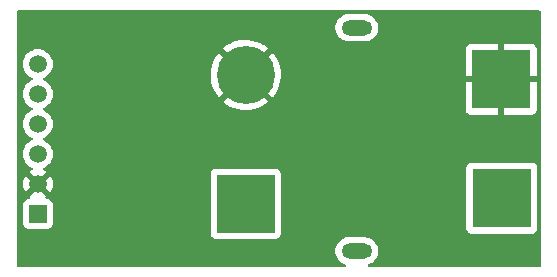
<source format=gbr>
%TF.GenerationSoftware,KiCad,Pcbnew,(6.0.10-0)*%
%TF.CreationDate,2023-02-01T10:43:54-08:00*%
%TF.ProjectId,mosfet_breakout_1.0,6d6f7366-6574-45f6-9272-65616b6f7574,rev?*%
%TF.SameCoordinates,Original*%
%TF.FileFunction,Copper,L2,Bot*%
%TF.FilePolarity,Positive*%
%FSLAX46Y46*%
G04 Gerber Fmt 4.6, Leading zero omitted, Abs format (unit mm)*
G04 Created by KiCad (PCBNEW (6.0.10-0)) date 2023-02-01 10:43:54*
%MOMM*%
%LPD*%
G01*
G04 APERTURE LIST*
%TA.AperFunction,ComponentPad*%
%ADD10R,1.500000X1.500000*%
%TD*%
%TA.AperFunction,ComponentPad*%
%ADD11C,1.500000*%
%TD*%
%TA.AperFunction,ComponentPad*%
%ADD12O,2.600000X1.300000*%
%TD*%
%TA.AperFunction,ComponentPad*%
%ADD13R,4.916000X4.916000*%
%TD*%
%TA.AperFunction,ComponentPad*%
%ADD14C,4.916000*%
%TD*%
%TA.AperFunction,SMDPad,CuDef*%
%ADD15R,5.000000X5.000000*%
%TD*%
%TA.AperFunction,ViaPad*%
%ADD16C,0.600000*%
%TD*%
G04 APERTURE END LIST*
D10*
%TO.P,J1,1*%
%TO.N,/VSense*%
X129800000Y-63980000D03*
D11*
%TO.P,J1,2*%
%TO.N,GND*%
X129800000Y-61440000D03*
%TO.P,J1,3*%
%TO.N,/Batt_CTL*%
X129800000Y-58900000D03*
%TO.P,J1,4*%
%TO.N,+BATT*%
X129800000Y-56360000D03*
%TO.P,J1,5*%
%TO.N,+3V3*%
X129800000Y-53820000D03*
%TO.P,J1,6*%
%TO.N,/CurrSense*%
X129800000Y-51280000D03*
%TD*%
D12*
%TO.P,U1,*%
%TO.N,*%
X156792000Y-67108000D03*
X156792000Y-48208000D03*
D13*
%TO.P,U1,1,+*%
%TO.N,/Batt_Raw*%
X147392000Y-63108000D03*
D14*
%TO.P,U1,2,-*%
%TO.N,GND*%
X147392000Y-52208000D03*
%TD*%
D15*
%TO.P,TP3,1*%
%TO.N,/Batt_Raw*%
X169082400Y-62626400D03*
%TD*%
%TO.P,TP2,1*%
%TO.N,GND*%
X169031600Y-52568000D03*
%TD*%
D16*
%TO.N,GND*%
X170840400Y-52527200D03*
X169113200Y-50698400D03*
X138176000Y-48006000D03*
X167132000Y-54406800D03*
X169113200Y-54406800D03*
X132283200Y-62280800D03*
X137007600Y-66395600D03*
X170891200Y-54406800D03*
X135513676Y-53682500D03*
X169113200Y-52476400D03*
X170891200Y-50698400D03*
X143560800Y-66294000D03*
X167132000Y-50698400D03*
X167132000Y-52527200D03*
%TO.N,/Batt_Raw*%
X169214800Y-60756800D03*
X167233600Y-64465200D03*
X170992800Y-60756800D03*
X167233600Y-60756800D03*
X169214800Y-62534800D03*
X167233600Y-62585600D03*
X169214800Y-64465200D03*
X170942000Y-62585600D03*
X170992800Y-64465200D03*
%TD*%
%TA.AperFunction,Conductor*%
%TO.N,GND*%
G36*
X172321621Y-46756502D02*
G01*
X172368114Y-46810158D01*
X172379500Y-46862500D01*
X172379500Y-68326500D01*
X172359498Y-68394621D01*
X172305842Y-68441114D01*
X172253500Y-68452500D01*
X157853988Y-68452500D01*
X157785867Y-68432498D01*
X157739374Y-68378842D01*
X157729270Y-68308568D01*
X157758764Y-68243988D01*
X157819786Y-68205231D01*
X157853389Y-68195754D01*
X157853391Y-68195753D01*
X157858948Y-68194186D01*
X157864123Y-68191634D01*
X157864128Y-68191632D01*
X158044727Y-68102570D01*
X158049908Y-68100015D01*
X158220509Y-67972622D01*
X158365037Y-67816271D01*
X158478653Y-67636201D01*
X158557551Y-67438441D01*
X158562305Y-67414544D01*
X158597962Y-67235282D01*
X158597962Y-67235280D01*
X158599089Y-67229615D01*
X158599412Y-67204982D01*
X158601800Y-67022498D01*
X158601876Y-67016716D01*
X158596664Y-66986385D01*
X158566797Y-66812564D01*
X158566796Y-66812561D01*
X158565819Y-66806874D01*
X158492125Y-66607116D01*
X158383261Y-66424134D01*
X158242875Y-66264054D01*
X158075667Y-66132238D01*
X158070556Y-66129549D01*
X158070553Y-66129547D01*
X157947814Y-66064971D01*
X157887238Y-66033100D01*
X157881717Y-66031386D01*
X157881713Y-66031384D01*
X157689421Y-65971676D01*
X157689422Y-65971676D01*
X157683898Y-65969961D01*
X157511018Y-65949500D01*
X156087987Y-65949500D01*
X156002355Y-65957368D01*
X155935730Y-65963490D01*
X155935727Y-65963491D01*
X155929976Y-65964019D01*
X155924417Y-65965587D01*
X155924416Y-65965587D01*
X155730611Y-66020246D01*
X155730609Y-66020247D01*
X155725052Y-66021814D01*
X155719877Y-66024366D01*
X155719872Y-66024368D01*
X155618215Y-66074500D01*
X155534092Y-66115985D01*
X155363491Y-66243378D01*
X155218963Y-66399729D01*
X155105347Y-66579799D01*
X155026449Y-66777559D01*
X155025323Y-66783219D01*
X155025322Y-66783223D01*
X155020618Y-66806874D01*
X154984911Y-66986385D01*
X154984835Y-66992160D01*
X154984835Y-66992164D01*
X154984514Y-67016716D01*
X154982124Y-67199284D01*
X154983103Y-67204981D01*
X154983103Y-67204982D01*
X154988310Y-67235282D01*
X155018181Y-67409126D01*
X155091875Y-67608884D01*
X155200739Y-67791866D01*
X155341125Y-67951946D01*
X155508333Y-68083762D01*
X155513444Y-68086451D01*
X155513447Y-68086453D01*
X155616961Y-68140915D01*
X155696762Y-68182900D01*
X155768679Y-68205231D01*
X155771697Y-68206168D01*
X155830823Y-68245471D01*
X155859313Y-68310500D01*
X155848123Y-68380609D01*
X155800806Y-68433539D01*
X155734333Y-68452500D01*
X128142500Y-68452500D01*
X128074379Y-68432498D01*
X128027886Y-68378842D01*
X128016500Y-68326500D01*
X128016500Y-65614134D01*
X144425500Y-65614134D01*
X144432255Y-65676316D01*
X144483385Y-65812705D01*
X144570739Y-65929261D01*
X144687295Y-66016615D01*
X144823684Y-66067745D01*
X144885866Y-66074500D01*
X149898134Y-66074500D01*
X149960316Y-66067745D01*
X150096705Y-66016615D01*
X150213261Y-65929261D01*
X150300615Y-65812705D01*
X150351745Y-65676316D01*
X150358500Y-65614134D01*
X150358500Y-65174534D01*
X166073900Y-65174534D01*
X166080655Y-65236716D01*
X166131785Y-65373105D01*
X166219139Y-65489661D01*
X166335695Y-65577015D01*
X166472084Y-65628145D01*
X166534266Y-65634900D01*
X171630534Y-65634900D01*
X171692716Y-65628145D01*
X171829105Y-65577015D01*
X171945661Y-65489661D01*
X172033015Y-65373105D01*
X172084145Y-65236716D01*
X172090900Y-65174534D01*
X172090900Y-60078266D01*
X172084145Y-60016084D01*
X172033015Y-59879695D01*
X171945661Y-59763139D01*
X171829105Y-59675785D01*
X171692716Y-59624655D01*
X171630534Y-59617900D01*
X166534266Y-59617900D01*
X166472084Y-59624655D01*
X166335695Y-59675785D01*
X166219139Y-59763139D01*
X166131785Y-59879695D01*
X166080655Y-60016084D01*
X166073900Y-60078266D01*
X166073900Y-65174534D01*
X150358500Y-65174534D01*
X150358500Y-60601866D01*
X150351745Y-60539684D01*
X150300615Y-60403295D01*
X150213261Y-60286739D01*
X150096705Y-60199385D01*
X149960316Y-60148255D01*
X149898134Y-60141500D01*
X144885866Y-60141500D01*
X144823684Y-60148255D01*
X144687295Y-60199385D01*
X144570739Y-60286739D01*
X144483385Y-60403295D01*
X144432255Y-60539684D01*
X144425500Y-60601866D01*
X144425500Y-65614134D01*
X128016500Y-65614134D01*
X128016500Y-64778134D01*
X128541500Y-64778134D01*
X128548255Y-64840316D01*
X128599385Y-64976705D01*
X128686739Y-65093261D01*
X128803295Y-65180615D01*
X128939684Y-65231745D01*
X129001866Y-65238500D01*
X130598134Y-65238500D01*
X130660316Y-65231745D01*
X130796705Y-65180615D01*
X130913261Y-65093261D01*
X131000615Y-64976705D01*
X131051745Y-64840316D01*
X131058500Y-64778134D01*
X131058500Y-63181866D01*
X131051745Y-63119684D01*
X131000615Y-62983295D01*
X130913261Y-62866739D01*
X130796705Y-62779385D01*
X130660316Y-62728255D01*
X130598134Y-62721500D01*
X130562705Y-62721500D01*
X130494584Y-62701498D01*
X130448091Y-62647842D01*
X130437987Y-62577568D01*
X130466120Y-62515967D01*
X130465837Y-62515741D01*
X130466739Y-62514612D01*
X130467481Y-62512988D01*
X130469475Y-62511190D01*
X130485523Y-62491112D01*
X130478457Y-62477668D01*
X129812811Y-61812021D01*
X129798868Y-61804408D01*
X129797034Y-61804539D01*
X129790420Y-61808790D01*
X129120820Y-62478391D01*
X129114393Y-62490161D01*
X129135398Y-62517312D01*
X129131796Y-62520098D01*
X129153892Y-62547738D01*
X129161205Y-62618357D01*
X129129177Y-62681719D01*
X129067978Y-62717707D01*
X129037295Y-62721500D01*
X129001866Y-62721500D01*
X128939684Y-62728255D01*
X128803295Y-62779385D01*
X128686739Y-62866739D01*
X128599385Y-62983295D01*
X128548255Y-63119684D01*
X128541500Y-63181866D01*
X128541500Y-64778134D01*
X128016500Y-64778134D01*
X128016500Y-61445475D01*
X128537674Y-61445475D01*
X128555901Y-61653804D01*
X128557804Y-61664599D01*
X128611928Y-61866595D01*
X128615674Y-61876887D01*
X128704054Y-62066417D01*
X128709534Y-62075907D01*
X128738411Y-62117149D01*
X128748887Y-62125523D01*
X128762334Y-62118455D01*
X129427979Y-61452811D01*
X129434356Y-61441132D01*
X130164408Y-61441132D01*
X130164539Y-61442966D01*
X130168790Y-61449580D01*
X130838391Y-62119180D01*
X130850161Y-62125607D01*
X130862176Y-62116311D01*
X130890466Y-62075907D01*
X130895946Y-62066417D01*
X130984326Y-61876887D01*
X130988072Y-61866595D01*
X131042196Y-61664599D01*
X131044099Y-61653804D01*
X131062326Y-61445475D01*
X131062326Y-61434525D01*
X131044099Y-61226196D01*
X131042196Y-61215401D01*
X130988072Y-61013405D01*
X130984326Y-61003113D01*
X130895946Y-60813583D01*
X130890466Y-60804093D01*
X130861589Y-60762851D01*
X130851113Y-60754477D01*
X130837666Y-60761545D01*
X130172021Y-61427189D01*
X130164408Y-61441132D01*
X129434356Y-61441132D01*
X129435592Y-61438868D01*
X129435461Y-61437034D01*
X129431210Y-61430420D01*
X128761609Y-60760820D01*
X128749839Y-60754393D01*
X128737824Y-60763689D01*
X128709534Y-60804093D01*
X128704054Y-60813583D01*
X128615674Y-61003113D01*
X128611928Y-61013405D01*
X128557804Y-61215401D01*
X128555901Y-61226196D01*
X128537674Y-61434525D01*
X128537674Y-61445475D01*
X128016500Y-61445475D01*
X128016500Y-58900000D01*
X128536693Y-58900000D01*
X128555885Y-59119371D01*
X128612880Y-59332076D01*
X128615205Y-59337061D01*
X128703618Y-59526666D01*
X128703621Y-59526671D01*
X128705944Y-59531653D01*
X128709100Y-59536160D01*
X128709101Y-59536162D01*
X128810638Y-59681171D01*
X128832251Y-59712038D01*
X128987962Y-59867749D01*
X128992471Y-59870906D01*
X128992473Y-59870908D01*
X129017030Y-59888103D01*
X129168346Y-59994056D01*
X129173328Y-59996379D01*
X129173333Y-59996382D01*
X129301359Y-60056081D01*
X129354644Y-60102998D01*
X129374105Y-60171276D01*
X129353563Y-60239236D01*
X129301359Y-60284471D01*
X129173583Y-60344054D01*
X129164093Y-60349534D01*
X129122851Y-60378411D01*
X129114477Y-60388887D01*
X129121545Y-60402334D01*
X129787189Y-61067979D01*
X129801132Y-61075592D01*
X129802966Y-61075461D01*
X129809580Y-61071210D01*
X130479180Y-60401609D01*
X130485607Y-60389839D01*
X130476313Y-60377825D01*
X130435912Y-60349536D01*
X130426416Y-60344053D01*
X130298641Y-60284471D01*
X130245356Y-60237554D01*
X130225895Y-60169276D01*
X130246437Y-60101316D01*
X130298641Y-60056081D01*
X130426667Y-59996382D01*
X130426672Y-59996379D01*
X130431654Y-59994056D01*
X130582970Y-59888103D01*
X130607527Y-59870908D01*
X130607529Y-59870906D01*
X130612038Y-59867749D01*
X130767749Y-59712038D01*
X130789363Y-59681171D01*
X130890899Y-59536162D01*
X130890900Y-59536160D01*
X130894056Y-59531653D01*
X130896379Y-59526671D01*
X130896382Y-59526666D01*
X130984795Y-59337061D01*
X130987120Y-59332076D01*
X131044115Y-59119371D01*
X131063307Y-58900000D01*
X131044115Y-58680629D01*
X130987120Y-58467924D01*
X130943585Y-58374562D01*
X130896382Y-58273334D01*
X130896379Y-58273329D01*
X130894056Y-58268347D01*
X130767749Y-58087962D01*
X130612038Y-57932251D01*
X130431654Y-57805944D01*
X130426672Y-57803621D01*
X130426667Y-57803618D01*
X130299232Y-57744195D01*
X130245947Y-57697278D01*
X130226486Y-57629001D01*
X130247028Y-57561041D01*
X130299232Y-57515805D01*
X130426667Y-57456382D01*
X130426672Y-57456379D01*
X130431654Y-57454056D01*
X130612038Y-57327749D01*
X130767749Y-57172038D01*
X130894056Y-56991653D01*
X130896379Y-56986671D01*
X130896382Y-56986666D01*
X130984795Y-56797061D01*
X130987120Y-56792076D01*
X131044115Y-56579371D01*
X131063307Y-56360000D01*
X131044115Y-56140629D01*
X130987120Y-55927924D01*
X130943585Y-55834562D01*
X130896382Y-55733334D01*
X130896379Y-55733329D01*
X130894056Y-55728347D01*
X130890899Y-55723838D01*
X130770908Y-55552473D01*
X130770906Y-55552470D01*
X130767749Y-55547962D01*
X130612038Y-55392251D01*
X130431654Y-55265944D01*
X130426672Y-55263621D01*
X130426667Y-55263618D01*
X130299232Y-55204195D01*
X130245947Y-55157278D01*
X130226486Y-55089001D01*
X130247028Y-55021041D01*
X130299232Y-54975805D01*
X130426667Y-54916382D01*
X130426672Y-54916379D01*
X130431654Y-54914056D01*
X130612038Y-54787749D01*
X130767749Y-54632038D01*
X130867946Y-54488943D01*
X130874244Y-54479948D01*
X145485592Y-54479948D01*
X145485610Y-54480201D01*
X145491523Y-54488943D01*
X145519588Y-54514479D01*
X145525222Y-54519042D01*
X145797094Y-54714401D01*
X145803224Y-54718291D01*
X146095746Y-54881106D01*
X146102266Y-54884258D01*
X146411573Y-55012378D01*
X146418424Y-55014764D01*
X146740390Y-55106478D01*
X146747479Y-55108062D01*
X147077862Y-55162165D01*
X147085070Y-55162922D01*
X147419485Y-55178693D01*
X147426735Y-55178617D01*
X147760737Y-55155848D01*
X147767946Y-55154937D01*
X147996002Y-55112669D01*
X166023601Y-55112669D01*
X166023971Y-55119490D01*
X166029495Y-55170352D01*
X166033121Y-55185604D01*
X166078276Y-55306054D01*
X166086814Y-55321649D01*
X166163315Y-55423724D01*
X166175876Y-55436285D01*
X166277951Y-55512786D01*
X166293546Y-55521324D01*
X166413994Y-55566478D01*
X166429249Y-55570105D01*
X166480114Y-55575631D01*
X166486928Y-55576000D01*
X168759485Y-55576000D01*
X168774724Y-55571525D01*
X168775929Y-55570135D01*
X168777600Y-55562452D01*
X168777600Y-55557884D01*
X169285600Y-55557884D01*
X169290075Y-55573123D01*
X169291465Y-55574328D01*
X169299148Y-55575999D01*
X171576269Y-55575999D01*
X171583090Y-55575629D01*
X171633952Y-55570105D01*
X171649204Y-55566479D01*
X171769654Y-55521324D01*
X171785249Y-55512786D01*
X171887324Y-55436285D01*
X171899885Y-55423724D01*
X171976386Y-55321649D01*
X171984924Y-55306054D01*
X172030078Y-55185606D01*
X172033705Y-55170351D01*
X172039231Y-55119486D01*
X172039600Y-55112672D01*
X172039600Y-52840115D01*
X172035125Y-52824876D01*
X172033735Y-52823671D01*
X172026052Y-52822000D01*
X169303715Y-52822000D01*
X169288476Y-52826475D01*
X169287271Y-52827865D01*
X169285600Y-52835548D01*
X169285600Y-55557884D01*
X168777600Y-55557884D01*
X168777600Y-52840115D01*
X168773125Y-52824876D01*
X168771735Y-52823671D01*
X168764052Y-52822000D01*
X166041716Y-52822000D01*
X166026477Y-52826475D01*
X166025272Y-52827865D01*
X166023601Y-52835548D01*
X166023601Y-55112669D01*
X147996002Y-55112669D01*
X148097124Y-55093927D01*
X148104154Y-55092200D01*
X148424139Y-54993760D01*
X148430952Y-54991226D01*
X148737491Y-54856665D01*
X148743951Y-54853373D01*
X149033011Y-54684460D01*
X149039044Y-54680451D01*
X149290830Y-54491406D01*
X149299284Y-54480079D01*
X149292539Y-54467749D01*
X147404812Y-52580022D01*
X147390868Y-52572408D01*
X147389035Y-52572539D01*
X147382420Y-52576790D01*
X145493206Y-54466004D01*
X145485592Y-54479948D01*
X130874244Y-54479948D01*
X130890899Y-54456162D01*
X130890900Y-54456160D01*
X130894056Y-54451653D01*
X130896379Y-54446671D01*
X130896382Y-54446666D01*
X130984795Y-54257061D01*
X130987120Y-54252076D01*
X131044115Y-54039371D01*
X131063307Y-53820000D01*
X131044115Y-53600629D01*
X130987120Y-53387924D01*
X130943585Y-53294562D01*
X130896382Y-53193334D01*
X130896379Y-53193329D01*
X130894056Y-53188347D01*
X130767749Y-53007962D01*
X130612038Y-52852251D01*
X130594707Y-52840115D01*
X130448376Y-52737653D01*
X130431654Y-52725944D01*
X130426672Y-52723621D01*
X130426667Y-52723618D01*
X130299232Y-52664195D01*
X130245947Y-52617278D01*
X130226486Y-52549001D01*
X130247028Y-52481041D01*
X130299232Y-52435805D01*
X130426667Y-52376382D01*
X130426672Y-52376379D01*
X130431654Y-52374056D01*
X130612038Y-52247749D01*
X130741478Y-52118309D01*
X144422534Y-52118309D01*
X144431298Y-52452984D01*
X144431904Y-52460200D01*
X144479078Y-52791659D01*
X144480507Y-52798748D01*
X144565464Y-53122586D01*
X144567704Y-53129481D01*
X144689314Y-53441393D01*
X144692339Y-53447999D01*
X144848988Y-53743858D01*
X144852747Y-53750066D01*
X145042371Y-54025971D01*
X145046816Y-54031700D01*
X145110512Y-54104717D01*
X145123684Y-54113121D01*
X145133539Y-54107251D01*
X147019978Y-52220812D01*
X147026356Y-52209132D01*
X147756408Y-52209132D01*
X147756539Y-52210965D01*
X147760790Y-52217580D01*
X149648449Y-54105239D01*
X149661803Y-54112531D01*
X149671775Y-54105476D01*
X149774870Y-53982177D01*
X149779180Y-53976374D01*
X149962998Y-53696539D01*
X149966612Y-53690277D01*
X150117047Y-53391173D01*
X150119919Y-53384535D01*
X150234974Y-53070133D01*
X150237070Y-53063191D01*
X150315225Y-52737653D01*
X150316509Y-52730514D01*
X150356828Y-52397331D01*
X150357252Y-52391761D01*
X150360265Y-52295885D01*
X166023600Y-52295885D01*
X166028075Y-52311124D01*
X166029465Y-52312329D01*
X166037148Y-52314000D01*
X168759485Y-52314000D01*
X168774724Y-52309525D01*
X168775929Y-52308135D01*
X168777600Y-52300452D01*
X168777600Y-52295885D01*
X169285600Y-52295885D01*
X169290075Y-52311124D01*
X169291465Y-52312329D01*
X169299148Y-52314000D01*
X172021484Y-52314000D01*
X172036723Y-52309525D01*
X172037928Y-52308135D01*
X172039599Y-52300452D01*
X172039599Y-50023331D01*
X172039229Y-50016510D01*
X172033705Y-49965648D01*
X172030079Y-49950396D01*
X171984924Y-49829946D01*
X171976386Y-49814351D01*
X171899885Y-49712276D01*
X171887324Y-49699715D01*
X171785249Y-49623214D01*
X171769654Y-49614676D01*
X171649206Y-49569522D01*
X171633951Y-49565895D01*
X171583086Y-49560369D01*
X171576272Y-49560000D01*
X169303715Y-49560000D01*
X169288476Y-49564475D01*
X169287271Y-49565865D01*
X169285600Y-49573548D01*
X169285600Y-52295885D01*
X168777600Y-52295885D01*
X168777600Y-49578116D01*
X168773125Y-49562877D01*
X168771735Y-49561672D01*
X168764052Y-49560001D01*
X166486931Y-49560001D01*
X166480110Y-49560371D01*
X166429248Y-49565895D01*
X166413996Y-49569521D01*
X166293546Y-49614676D01*
X166277951Y-49623214D01*
X166175876Y-49699715D01*
X166163315Y-49712276D01*
X166086814Y-49814351D01*
X166078276Y-49829946D01*
X166033122Y-49950394D01*
X166029495Y-49965649D01*
X166023969Y-50016514D01*
X166023600Y-50023328D01*
X166023600Y-52295885D01*
X150360265Y-52295885D01*
X150362939Y-52210797D01*
X150362866Y-52205204D01*
X150343546Y-51870139D01*
X150342714Y-51862949D01*
X150285153Y-51533136D01*
X150283498Y-51526081D01*
X150188414Y-51205086D01*
X150185958Y-51198261D01*
X150054608Y-50890315D01*
X150051387Y-50883826D01*
X149885504Y-50593003D01*
X149881572Y-50586948D01*
X149683368Y-50317125D01*
X149678740Y-50311532D01*
X149676111Y-50308703D01*
X149662459Y-50300584D01*
X149661853Y-50300605D01*
X149653371Y-50305839D01*
X147764022Y-52195188D01*
X147756408Y-52209132D01*
X147026356Y-52209132D01*
X147027592Y-52206868D01*
X147027461Y-52205035D01*
X147023210Y-52198420D01*
X145134291Y-50309501D01*
X145121498Y-50302515D01*
X145110745Y-50310379D01*
X144954584Y-50509538D01*
X144950449Y-50515487D01*
X144775522Y-50800942D01*
X144772093Y-50807338D01*
X144631140Y-51110994D01*
X144628469Y-51117739D01*
X144523347Y-51435597D01*
X144521471Y-51442600D01*
X144453580Y-51770433D01*
X144452523Y-51777594D01*
X144422762Y-52111057D01*
X144422534Y-52118309D01*
X130741478Y-52118309D01*
X130767749Y-52092038D01*
X130894056Y-51911653D01*
X130896379Y-51906671D01*
X130896382Y-51906666D01*
X130943585Y-51805438D01*
X130987120Y-51712076D01*
X131044115Y-51499371D01*
X131063307Y-51280000D01*
X131044115Y-51060629D01*
X130987120Y-50847924D01*
X130943585Y-50754562D01*
X130896382Y-50653334D01*
X130896379Y-50653329D01*
X130894056Y-50648347D01*
X130851064Y-50586948D01*
X130770908Y-50472473D01*
X130770906Y-50472470D01*
X130767749Y-50467962D01*
X130612038Y-50312251D01*
X130431654Y-50185944D01*
X130232076Y-50092880D01*
X130019371Y-50035885D01*
X129800000Y-50016693D01*
X129580629Y-50035885D01*
X129367924Y-50092880D01*
X129274562Y-50136415D01*
X129173334Y-50183618D01*
X129173329Y-50183621D01*
X129168347Y-50185944D01*
X129163840Y-50189100D01*
X129163838Y-50189101D01*
X128992473Y-50309092D01*
X128992470Y-50309094D01*
X128987962Y-50312251D01*
X128832251Y-50467962D01*
X128829094Y-50472470D01*
X128829092Y-50472473D01*
X128748936Y-50586948D01*
X128705944Y-50648347D01*
X128703621Y-50653329D01*
X128703618Y-50653334D01*
X128656415Y-50754562D01*
X128612880Y-50847924D01*
X128555885Y-51060629D01*
X128536693Y-51280000D01*
X128555885Y-51499371D01*
X128612880Y-51712076D01*
X128656415Y-51805438D01*
X128703618Y-51906666D01*
X128703621Y-51906671D01*
X128705944Y-51911653D01*
X128832251Y-52092038D01*
X128987962Y-52247749D01*
X129168346Y-52374056D01*
X129173328Y-52376379D01*
X129173333Y-52376382D01*
X129300768Y-52435805D01*
X129354053Y-52482722D01*
X129373514Y-52550999D01*
X129352972Y-52618959D01*
X129300768Y-52664195D01*
X129173334Y-52723618D01*
X129173329Y-52723621D01*
X129168347Y-52725944D01*
X129163840Y-52729100D01*
X129163838Y-52729101D01*
X128992473Y-52849092D01*
X128992470Y-52849094D01*
X128987962Y-52852251D01*
X128832251Y-53007962D01*
X128705944Y-53188347D01*
X128703621Y-53193329D01*
X128703618Y-53193334D01*
X128656415Y-53294562D01*
X128612880Y-53387924D01*
X128555885Y-53600629D01*
X128536693Y-53820000D01*
X128555885Y-54039371D01*
X128612880Y-54252076D01*
X128615205Y-54257061D01*
X128703618Y-54446666D01*
X128703621Y-54446671D01*
X128705944Y-54451653D01*
X128709100Y-54456160D01*
X128709101Y-54456162D01*
X128732055Y-54488943D01*
X128832251Y-54632038D01*
X128987962Y-54787749D01*
X129168346Y-54914056D01*
X129173328Y-54916379D01*
X129173333Y-54916382D01*
X129300768Y-54975805D01*
X129354053Y-55022722D01*
X129373514Y-55090999D01*
X129352972Y-55158959D01*
X129300768Y-55204195D01*
X129173334Y-55263618D01*
X129173329Y-55263621D01*
X129168347Y-55265944D01*
X129163840Y-55269100D01*
X129163838Y-55269101D01*
X128992473Y-55389092D01*
X128992470Y-55389094D01*
X128987962Y-55392251D01*
X128832251Y-55547962D01*
X128829094Y-55552470D01*
X128829092Y-55552473D01*
X128709101Y-55723838D01*
X128705944Y-55728347D01*
X128703621Y-55733329D01*
X128703618Y-55733334D01*
X128656415Y-55834562D01*
X128612880Y-55927924D01*
X128555885Y-56140629D01*
X128536693Y-56360000D01*
X128555885Y-56579371D01*
X128612880Y-56792076D01*
X128615205Y-56797061D01*
X128703618Y-56986666D01*
X128703621Y-56986671D01*
X128705944Y-56991653D01*
X128832251Y-57172038D01*
X128987962Y-57327749D01*
X129168346Y-57454056D01*
X129173328Y-57456379D01*
X129173333Y-57456382D01*
X129300768Y-57515805D01*
X129354053Y-57562722D01*
X129373514Y-57630999D01*
X129352972Y-57698959D01*
X129300768Y-57744195D01*
X129173334Y-57803618D01*
X129173329Y-57803621D01*
X129168347Y-57805944D01*
X129163840Y-57809100D01*
X129163838Y-57809101D01*
X128992473Y-57929092D01*
X128992470Y-57929094D01*
X128987962Y-57932251D01*
X128832251Y-58087962D01*
X128705944Y-58268347D01*
X128703621Y-58273329D01*
X128703618Y-58273334D01*
X128656415Y-58374562D01*
X128612880Y-58467924D01*
X128555885Y-58680629D01*
X128536693Y-58900000D01*
X128016500Y-58900000D01*
X128016500Y-49938928D01*
X145487011Y-49938928D01*
X145493406Y-49950196D01*
X147379188Y-51835978D01*
X147393132Y-51843592D01*
X147394965Y-51843461D01*
X147401580Y-51839210D01*
X149289283Y-49951507D01*
X149296675Y-49937970D01*
X149289887Y-49928269D01*
X149191052Y-49843855D01*
X149185255Y-49839455D01*
X148907384Y-49652733D01*
X148901161Y-49649053D01*
X148603646Y-49495494D01*
X148597035Y-49492551D01*
X148283858Y-49374211D01*
X148276932Y-49372040D01*
X147952229Y-49290481D01*
X147945122Y-49289125D01*
X147613197Y-49245426D01*
X147605955Y-49244895D01*
X147271228Y-49239636D01*
X147263966Y-49239940D01*
X146930837Y-49273191D01*
X146923689Y-49274323D01*
X146596576Y-49345645D01*
X146589599Y-49347594D01*
X146272857Y-49456038D01*
X146266151Y-49458775D01*
X145963975Y-49602906D01*
X145957617Y-49606401D01*
X145674025Y-49784298D01*
X145668102Y-49788507D01*
X145495480Y-49926803D01*
X145487011Y-49938928D01*
X128016500Y-49938928D01*
X128016500Y-48299284D01*
X154982124Y-48299284D01*
X154983103Y-48304981D01*
X154983103Y-48304982D01*
X154988310Y-48335282D01*
X155018181Y-48509126D01*
X155091875Y-48708884D01*
X155200739Y-48891866D01*
X155341125Y-49051946D01*
X155508333Y-49183762D01*
X155513444Y-49186451D01*
X155513447Y-49186453D01*
X155614531Y-49239636D01*
X155696762Y-49282900D01*
X155702283Y-49284614D01*
X155702287Y-49284616D01*
X155872623Y-49337506D01*
X155900102Y-49346039D01*
X156072982Y-49366500D01*
X157496013Y-49366500D01*
X157581645Y-49358632D01*
X157648270Y-49352510D01*
X157648273Y-49352509D01*
X157654024Y-49351981D01*
X157676490Y-49345645D01*
X157853389Y-49295754D01*
X157853391Y-49295753D01*
X157858948Y-49294186D01*
X157864123Y-49291634D01*
X157864128Y-49291632D01*
X158044727Y-49202570D01*
X158049908Y-49200015D01*
X158220509Y-49072622D01*
X158365037Y-48916271D01*
X158478653Y-48736201D01*
X158557551Y-48538441D01*
X158562305Y-48514544D01*
X158597962Y-48335282D01*
X158597962Y-48335280D01*
X158599089Y-48329615D01*
X158599412Y-48304982D01*
X158601800Y-48122498D01*
X158601876Y-48116716D01*
X158596664Y-48086385D01*
X158566797Y-47912564D01*
X158566796Y-47912561D01*
X158565819Y-47906874D01*
X158492125Y-47707116D01*
X158383261Y-47524134D01*
X158242875Y-47364054D01*
X158075667Y-47232238D01*
X158070556Y-47229549D01*
X158070553Y-47229547D01*
X157967039Y-47175085D01*
X157887238Y-47133100D01*
X157881717Y-47131386D01*
X157881713Y-47131384D01*
X157689421Y-47071676D01*
X157689422Y-47071676D01*
X157683898Y-47069961D01*
X157511018Y-47049500D01*
X156087987Y-47049500D01*
X156002355Y-47057368D01*
X155935730Y-47063490D01*
X155935727Y-47063491D01*
X155929976Y-47064019D01*
X155924417Y-47065587D01*
X155924416Y-47065587D01*
X155730611Y-47120246D01*
X155730609Y-47120247D01*
X155725052Y-47121814D01*
X155719877Y-47124366D01*
X155719872Y-47124368D01*
X155696705Y-47135793D01*
X155534092Y-47215985D01*
X155363491Y-47343378D01*
X155218963Y-47499729D01*
X155105347Y-47679799D01*
X155026449Y-47877559D01*
X155025323Y-47883219D01*
X155025322Y-47883223D01*
X155020618Y-47906874D01*
X154984911Y-48086385D01*
X154984835Y-48092160D01*
X154984835Y-48092164D01*
X154984514Y-48116716D01*
X154982124Y-48299284D01*
X128016500Y-48299284D01*
X128016500Y-46862500D01*
X128036502Y-46794379D01*
X128090158Y-46747886D01*
X128142500Y-46736500D01*
X172253500Y-46736500D01*
X172321621Y-46756502D01*
G37*
%TD.AperFunction*%
%TD*%
M02*

</source>
